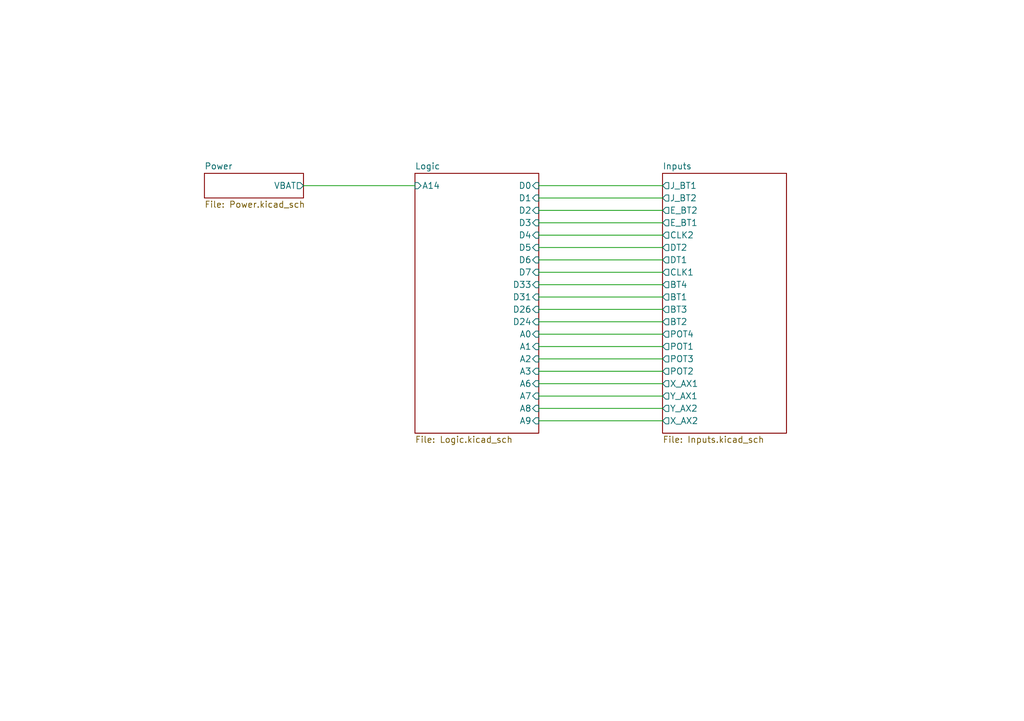
<source format=kicad_sch>
(kicad_sch (version 20230121) (generator eeschema)
  (paper "A5")
  (title_block (title "Everything Controller") (date "2024-02-11") (rev "R0") (company "Nabinhotronics") (comment 1 "Vagalbotz") (comment 2 "V2.0"))
  (lib_symbols)
  (wire (pts (xy 62.23 38.1) (xy 85.09 38.1)))
  (wire (pts (xy 110.49 48.26) (xy 135.89 48.26)))
  (wire (pts (xy 110.49 81.28) (xy 135.89 81.28)))
  (wire (pts (xy 110.49 78.74) (xy 135.89 78.74)))
  (wire (pts (xy 110.49 83.82) (xy 135.89 83.82)))
  (wire (pts (xy 110.49 76.2) (xy 135.89 76.2)))
  (wire (pts (xy 110.49 71.12) (xy 135.89 71.12)))
  (wire (pts (xy 110.49 63.5) (xy 135.89 63.5)))
  (wire (pts (xy 110.49 50.8) (xy 135.89 50.8)))
  (wire (pts (xy 110.49 68.58) (xy 135.89 68.58)))
  (wire (pts (xy 110.49 53.34) (xy 135.89 53.34)))
  (wire (pts (xy 110.49 86.36) (xy 135.89 86.36)))
  (wire (pts (xy 110.49 40.64) (xy 135.89 40.64)))
  (wire (pts (xy 110.49 66.04) (xy 135.89 66.04)))
  (wire (pts (xy 110.49 43.18) (xy 135.89 43.18)))
  (wire (pts (xy 110.49 60.96) (xy 135.89 60.96)))
  (wire (pts (xy 110.49 45.72) (xy 135.89 45.72)))
  (wire (pts (xy 110.49 55.88) (xy 135.89 55.88)))
  (wire (pts (xy 110.49 38.1) (xy 135.89 38.1)))
  (wire (pts (xy 110.49 73.66) (xy 135.89 73.66)))
  (wire (pts (xy 110.49 58.42) (xy 135.89 58.42)))
  (sheet (at 85.09 35.56) (size 25.4 53.34) (stroke (width 0.1524))
    (property "Sheetname" "Logic" (at 85.09 34.8484 0) (effects (justify left bottom)))
    (property "Sheetfile" "Logic.kicad_sch" (at 85.09 89.4846 0) (effects (justify left top)))
    (pin "D0" input (at 110.49 38.1 0))
    (pin "D4" input (at 110.49 48.26 0))
    (pin "D5" input (at 110.49 50.8 0))
    (pin "D2" input (at 110.49 43.18 0))
    (pin "D3" input (at 110.49 45.72 0))
    (pin "D1" input (at 110.49 40.64 0))
    (pin "A9" input (at 110.49 86.36 0))
    (pin "A8" input (at 110.49 83.82 0))
    (pin "A1" input (at 110.49 71.12 0))
    (pin "A2" input (at 110.49 73.66 0))
    (pin "A3" input (at 110.49 76.2 0))
    (pin "A7" input (at 110.49 81.28 0))
    (pin "A6" input (at 110.49 78.74 0))
    (pin "A14" input (at 85.09 38.1 180))
    (pin "A0" input (at 110.49 68.58 0))
    (pin "D6" input (at 110.49 53.34 0))
    (pin "D7" input (at 110.49 55.88 0))
    (pin "D33" input (at 110.49 58.42 0))
    (pin "D31" input (at 110.49 60.96 0))
    (pin "D26" input (at 110.49 63.5 0))
    (pin "D24" input (at 110.49 66.04 0))
  )
  (sheet (at 41.91 35.56) (size 20.32 5.08) (stroke (width 0.1524))
    (property "Sheetname" "Power" (at 41.91 34.8484 0) (effects (justify left bottom)))
    (property "Sheetfile" "Power.kicad_sch" (at 41.91 41.2246 0) (effects (justify left top)))
    (pin "VBAT" output (at 62.23 38.1 0))
  )
  (sheet (at 135.89 35.56) (size 25.4 53.34) (stroke (width 0.1524))
    (property "Sheetname" "Inputs" (at 135.89 34.8484 0) (effects (justify left bottom)))
    (property "Sheetfile" "Inputs.kicad_sch" (at 135.89 89.4846 0) (effects (justify left top)))
    (pin "POT1" output (at 135.89 71.12 180))
    (pin "DT1" output (at 135.89 53.34 180))
    (pin "POT2" output (at 135.89 76.2 180))
    (pin "POT4" output (at 135.89 68.58 180))
    (pin "POT3" output (at 135.89 73.66 180))
    (pin "CLK2" output (at 135.89 48.26 180))
    (pin "DT2" output (at 135.89 50.8 180))
    (pin "E_BT1" output (at 135.89 45.72 180))
    (pin "E_BT2" output (at 135.89 43.18 180))
    (pin "CLK1" output (at 135.89 55.88 180))
    (pin "J_BT1" output (at 135.89 38.1 180))
    (pin "BT3" output (at 135.89 63.5 180))
    (pin "BT4" output (at 135.89 58.42 180))
    (pin "BT2" output (at 135.89 66.04 180))
    (pin "BT1" output (at 135.89 60.96 180))
    (pin "Y_AX1" output (at 135.89 81.28 180))
    (pin "X_AX1" output (at 135.89 78.74 180))
    (pin "X_AX2" output (at 135.89 86.36 180))
    (pin "J_BT2" output (at 135.89 40.64 180))
    (pin "Y_AX2" output (at 135.89 83.82 180))
  )
)
</source>
